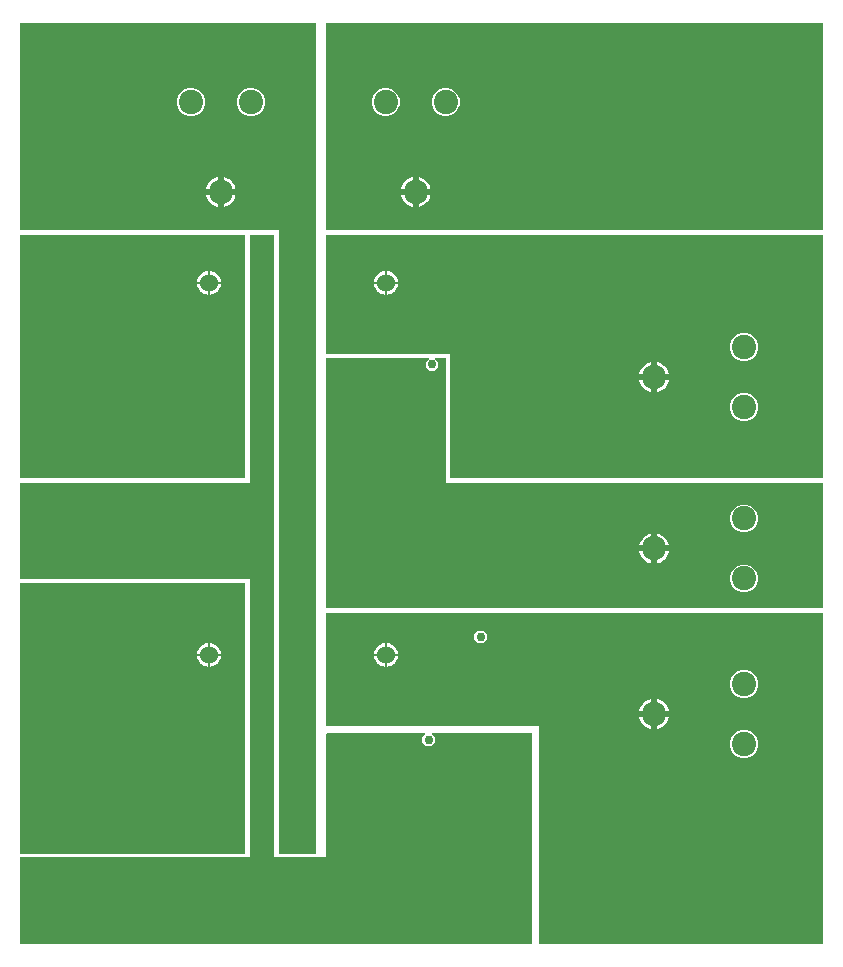
<source format=gbr>
G04 EAGLE Gerber RS-274X export*
G75*
%MOMM*%
%FSLAX34Y34*%
%LPD*%
%INCopper Layer 2*%
%IPPOS*%
%AMOC8*
5,1,8,0,0,1.08239X$1,22.5*%
G01*
%ADD10C,2.057400*%
%ADD11C,1.524000*%
%ADD12C,0.756400*%
%ADD13C,0.500000*%

G36*
X679348Y10162D02*
X679348Y10162D01*
X679357Y10161D01*
X679445Y10182D01*
X679535Y10200D01*
X679542Y10205D01*
X679550Y10207D01*
X679623Y10261D01*
X679699Y10313D01*
X679703Y10320D01*
X679710Y10325D01*
X679757Y10403D01*
X679806Y10480D01*
X679807Y10489D01*
X679812Y10496D01*
X679839Y10660D01*
X679839Y290000D01*
X679838Y290008D01*
X679839Y290017D01*
X679818Y290105D01*
X679800Y290195D01*
X679795Y290202D01*
X679793Y290210D01*
X679739Y290283D01*
X679687Y290359D01*
X679680Y290363D01*
X679675Y290370D01*
X679597Y290417D01*
X679520Y290466D01*
X679511Y290467D01*
X679504Y290472D01*
X679340Y290499D01*
X260000Y290499D01*
X259992Y290498D01*
X259983Y290499D01*
X259895Y290478D01*
X259805Y290460D01*
X259798Y290455D01*
X259790Y290453D01*
X259717Y290399D01*
X259641Y290347D01*
X259637Y290340D01*
X259630Y290335D01*
X259583Y290257D01*
X259534Y290180D01*
X259533Y290171D01*
X259528Y290164D01*
X259501Y290000D01*
X259501Y195000D01*
X259502Y194992D01*
X259501Y194983D01*
X259522Y194895D01*
X259540Y194805D01*
X259545Y194798D01*
X259547Y194790D01*
X259601Y194717D01*
X259653Y194641D01*
X259660Y194637D01*
X259665Y194630D01*
X259743Y194583D01*
X259820Y194534D01*
X259829Y194533D01*
X259836Y194528D01*
X260000Y194501D01*
X439501Y194501D01*
X439501Y10660D01*
X439502Y10652D01*
X439501Y10643D01*
X439522Y10555D01*
X439540Y10465D01*
X439545Y10458D01*
X439547Y10450D01*
X439601Y10377D01*
X439653Y10301D01*
X439660Y10297D01*
X439665Y10290D01*
X439743Y10243D01*
X439820Y10194D01*
X439829Y10193D01*
X439836Y10188D01*
X440000Y10161D01*
X679340Y10161D01*
X679348Y10162D01*
G37*
G36*
X433008Y10162D02*
X433008Y10162D01*
X433017Y10161D01*
X433105Y10182D01*
X433195Y10200D01*
X433202Y10205D01*
X433210Y10207D01*
X433283Y10261D01*
X433359Y10313D01*
X433363Y10320D01*
X433370Y10325D01*
X433417Y10403D01*
X433466Y10480D01*
X433467Y10489D01*
X433472Y10496D01*
X433499Y10660D01*
X433499Y188000D01*
X433498Y188008D01*
X433499Y188017D01*
X433478Y188105D01*
X433460Y188195D01*
X433455Y188202D01*
X433453Y188210D01*
X433399Y188283D01*
X433347Y188359D01*
X433340Y188363D01*
X433335Y188370D01*
X433257Y188417D01*
X433180Y188466D01*
X433171Y188467D01*
X433164Y188472D01*
X433000Y188499D01*
X349211Y188499D01*
X349207Y188498D01*
X349203Y188499D01*
X349109Y188479D01*
X349016Y188460D01*
X349013Y188457D01*
X349008Y188456D01*
X348931Y188401D01*
X348852Y188347D01*
X348850Y188344D01*
X348846Y188341D01*
X348797Y188260D01*
X348745Y188180D01*
X348744Y188175D01*
X348742Y188172D01*
X348728Y188078D01*
X348712Y187983D01*
X348713Y187979D01*
X348712Y187975D01*
X348736Y187883D01*
X348758Y187790D01*
X348760Y187787D01*
X348761Y187783D01*
X348858Y187647D01*
X351307Y185198D01*
X351307Y180802D01*
X348198Y177693D01*
X343802Y177693D01*
X340693Y180802D01*
X340693Y185198D01*
X343142Y187647D01*
X343144Y187651D01*
X343148Y187653D01*
X343199Y187733D01*
X343252Y187813D01*
X343253Y187817D01*
X343255Y187820D01*
X343271Y187914D01*
X343288Y188008D01*
X343287Y188012D01*
X343288Y188017D01*
X343266Y188108D01*
X343245Y188202D01*
X343243Y188206D01*
X343242Y188210D01*
X343186Y188286D01*
X343130Y188365D01*
X343127Y188367D01*
X343124Y188370D01*
X343042Y188419D01*
X342961Y188469D01*
X342957Y188469D01*
X342953Y188472D01*
X342789Y188499D01*
X260000Y188499D01*
X259992Y188498D01*
X259983Y188499D01*
X259895Y188478D01*
X259805Y188460D01*
X259798Y188455D01*
X259790Y188453D01*
X259717Y188399D01*
X259641Y188347D01*
X259637Y188340D01*
X259630Y188335D01*
X259583Y188257D01*
X259534Y188180D01*
X259533Y188171D01*
X259528Y188164D01*
X259501Y188000D01*
X259501Y83499D01*
X215499Y83499D01*
X215499Y610000D01*
X215498Y610008D01*
X215499Y610017D01*
X215478Y610105D01*
X215460Y610195D01*
X215455Y610202D01*
X215453Y610210D01*
X215399Y610283D01*
X215347Y610359D01*
X215340Y610363D01*
X215335Y610370D01*
X215257Y610417D01*
X215180Y610466D01*
X215171Y610467D01*
X215164Y610472D01*
X215000Y610499D01*
X195000Y610499D01*
X194992Y610498D01*
X194983Y610499D01*
X194895Y610478D01*
X194805Y610460D01*
X194798Y610455D01*
X194790Y610453D01*
X194717Y610399D01*
X194641Y610347D01*
X194637Y610340D01*
X194630Y610335D01*
X194583Y610257D01*
X194534Y610180D01*
X194533Y610171D01*
X194528Y610164D01*
X194501Y610000D01*
X194501Y400499D01*
X660Y400499D01*
X652Y400498D01*
X643Y400499D01*
X555Y400478D01*
X465Y400460D01*
X458Y400455D01*
X450Y400453D01*
X377Y400399D01*
X301Y400347D01*
X297Y400340D01*
X290Y400335D01*
X243Y400257D01*
X194Y400180D01*
X193Y400171D01*
X188Y400164D01*
X161Y400000D01*
X161Y320000D01*
X162Y319992D01*
X161Y319983D01*
X182Y319895D01*
X200Y319805D01*
X205Y319798D01*
X207Y319790D01*
X261Y319717D01*
X313Y319641D01*
X320Y319637D01*
X325Y319630D01*
X403Y319583D01*
X480Y319534D01*
X489Y319533D01*
X496Y319528D01*
X660Y319501D01*
X194501Y319501D01*
X194501Y83499D01*
X660Y83499D01*
X652Y83498D01*
X643Y83499D01*
X555Y83478D01*
X465Y83460D01*
X458Y83455D01*
X450Y83453D01*
X377Y83399D01*
X301Y83347D01*
X297Y83340D01*
X290Y83335D01*
X243Y83257D01*
X194Y83180D01*
X193Y83171D01*
X188Y83164D01*
X161Y83000D01*
X161Y10660D01*
X162Y10652D01*
X161Y10643D01*
X182Y10555D01*
X200Y10465D01*
X205Y10458D01*
X207Y10450D01*
X261Y10377D01*
X313Y10301D01*
X320Y10297D01*
X325Y10290D01*
X403Y10243D01*
X480Y10194D01*
X489Y10193D01*
X496Y10188D01*
X660Y10161D01*
X433000Y10161D01*
X433008Y10162D01*
G37*
G36*
X679348Y404502D02*
X679348Y404502D01*
X679357Y404501D01*
X679445Y404522D01*
X679535Y404540D01*
X679542Y404545D01*
X679550Y404547D01*
X679623Y404601D01*
X679699Y404653D01*
X679703Y404660D01*
X679710Y404665D01*
X679757Y404743D01*
X679806Y404820D01*
X679807Y404829D01*
X679812Y404836D01*
X679839Y405000D01*
X679839Y610002D01*
X679838Y610011D01*
X679839Y610019D01*
X679818Y610107D01*
X679800Y610197D01*
X679795Y610204D01*
X679793Y610212D01*
X679739Y610286D01*
X679687Y610361D01*
X679680Y610366D01*
X679675Y610372D01*
X679596Y610419D01*
X679520Y610468D01*
X679511Y610470D01*
X679504Y610474D01*
X679340Y610502D01*
X439946Y610554D01*
X439942Y610553D01*
X439937Y610554D01*
X439844Y610533D01*
X439751Y610514D01*
X439747Y610512D01*
X439743Y610511D01*
X439727Y610499D01*
X260000Y610499D01*
X259992Y610498D01*
X259983Y610499D01*
X259895Y610478D01*
X259805Y610460D01*
X259798Y610455D01*
X259790Y610453D01*
X259717Y610399D01*
X259641Y610347D01*
X259637Y610340D01*
X259630Y610335D01*
X259583Y610257D01*
X259534Y610180D01*
X259533Y610171D01*
X259528Y610164D01*
X259501Y610000D01*
X259501Y510000D01*
X259502Y509992D01*
X259501Y509983D01*
X259522Y509895D01*
X259540Y509805D01*
X259545Y509798D01*
X259547Y509790D01*
X259601Y509717D01*
X259653Y509641D01*
X259660Y509637D01*
X259665Y509630D01*
X259743Y509583D01*
X259820Y509534D01*
X259829Y509533D01*
X259836Y509528D01*
X260000Y509501D01*
X364501Y509501D01*
X364501Y405000D01*
X364502Y404992D01*
X364501Y404983D01*
X364522Y404895D01*
X364540Y404805D01*
X364545Y404798D01*
X364547Y404790D01*
X364601Y404717D01*
X364653Y404641D01*
X364660Y404637D01*
X364665Y404630D01*
X364743Y404583D01*
X364820Y404534D01*
X364829Y404533D01*
X364836Y404528D01*
X365000Y404501D01*
X679340Y404501D01*
X679348Y404502D01*
G37*
G36*
X679348Y614502D02*
X679348Y614502D01*
X679357Y614501D01*
X679445Y614522D01*
X679535Y614540D01*
X679542Y614545D01*
X679550Y614547D01*
X679623Y614601D01*
X679699Y614653D01*
X679703Y614660D01*
X679710Y614665D01*
X679757Y614743D01*
X679806Y614820D01*
X679807Y614829D01*
X679812Y614836D01*
X679839Y615000D01*
X679839Y789340D01*
X679838Y789348D01*
X679839Y789357D01*
X679818Y789445D01*
X679800Y789535D01*
X679795Y789542D01*
X679793Y789550D01*
X679739Y789623D01*
X679687Y789699D01*
X679680Y789703D01*
X679675Y789710D01*
X679597Y789757D01*
X679520Y789806D01*
X679511Y789807D01*
X679504Y789812D01*
X679340Y789839D01*
X260000Y789839D01*
X259992Y789838D01*
X259983Y789839D01*
X259895Y789818D01*
X259805Y789800D01*
X259798Y789795D01*
X259790Y789793D01*
X259717Y789739D01*
X259641Y789687D01*
X259637Y789680D01*
X259630Y789675D01*
X259583Y789597D01*
X259534Y789520D01*
X259533Y789511D01*
X259528Y789504D01*
X259501Y789340D01*
X259501Y615000D01*
X259502Y614992D01*
X259501Y614983D01*
X259522Y614895D01*
X259540Y614805D01*
X259545Y614798D01*
X259547Y614790D01*
X259601Y614717D01*
X259653Y614641D01*
X259660Y614637D01*
X259665Y614630D01*
X259743Y614583D01*
X259820Y614534D01*
X259829Y614533D01*
X259836Y614528D01*
X260000Y614501D01*
X679340Y614501D01*
X679348Y614502D01*
G37*
G36*
X250008Y86502D02*
X250008Y86502D01*
X250017Y86501D01*
X250105Y86522D01*
X250195Y86540D01*
X250202Y86545D01*
X250210Y86547D01*
X250283Y86601D01*
X250359Y86653D01*
X250363Y86660D01*
X250370Y86665D01*
X250417Y86743D01*
X250466Y86820D01*
X250467Y86829D01*
X250472Y86836D01*
X250499Y87000D01*
X250499Y789340D01*
X250498Y789348D01*
X250499Y789357D01*
X250478Y789445D01*
X250460Y789535D01*
X250455Y789542D01*
X250453Y789550D01*
X250399Y789623D01*
X250347Y789699D01*
X250340Y789703D01*
X250335Y789710D01*
X250257Y789757D01*
X250180Y789806D01*
X250171Y789807D01*
X250164Y789812D01*
X250000Y789839D01*
X660Y789839D01*
X652Y789838D01*
X643Y789839D01*
X555Y789818D01*
X465Y789800D01*
X458Y789795D01*
X450Y789793D01*
X377Y789739D01*
X301Y789687D01*
X297Y789680D01*
X290Y789675D01*
X243Y789597D01*
X194Y789520D01*
X193Y789511D01*
X188Y789504D01*
X161Y789340D01*
X161Y615000D01*
X162Y614992D01*
X161Y614983D01*
X182Y614895D01*
X200Y614805D01*
X205Y614798D01*
X207Y614790D01*
X261Y614717D01*
X313Y614641D01*
X320Y614637D01*
X325Y614630D01*
X403Y614583D01*
X480Y614534D01*
X489Y614533D01*
X496Y614528D01*
X660Y614501D01*
X219501Y614501D01*
X219501Y87000D01*
X219502Y86992D01*
X219501Y86983D01*
X219522Y86895D01*
X219540Y86805D01*
X219545Y86798D01*
X219547Y86790D01*
X219601Y86717D01*
X219653Y86641D01*
X219660Y86637D01*
X219665Y86630D01*
X219743Y86583D01*
X219820Y86534D01*
X219829Y86533D01*
X219836Y86528D01*
X220000Y86501D01*
X250000Y86501D01*
X250008Y86502D01*
G37*
G36*
X679348Y294502D02*
X679348Y294502D01*
X679357Y294501D01*
X679445Y294522D01*
X679535Y294540D01*
X679542Y294545D01*
X679550Y294547D01*
X679623Y294601D01*
X679699Y294653D01*
X679703Y294660D01*
X679710Y294665D01*
X679757Y294743D01*
X679806Y294820D01*
X679807Y294829D01*
X679812Y294836D01*
X679839Y295000D01*
X679839Y400000D01*
X679838Y400008D01*
X679839Y400017D01*
X679818Y400105D01*
X679800Y400195D01*
X679795Y400202D01*
X679793Y400210D01*
X679739Y400283D01*
X679687Y400359D01*
X679680Y400363D01*
X679675Y400370D01*
X679597Y400417D01*
X679520Y400466D01*
X679511Y400467D01*
X679504Y400472D01*
X679340Y400499D01*
X360499Y400499D01*
X360499Y506000D01*
X360498Y506008D01*
X360499Y506017D01*
X360478Y506105D01*
X360460Y506195D01*
X360455Y506202D01*
X360453Y506210D01*
X360399Y506283D01*
X360347Y506359D01*
X360340Y506363D01*
X360335Y506370D01*
X360257Y506417D01*
X360180Y506466D01*
X360171Y506467D01*
X360164Y506472D01*
X360000Y506499D01*
X352211Y506499D01*
X352207Y506498D01*
X352203Y506499D01*
X352109Y506479D01*
X352016Y506460D01*
X352013Y506457D01*
X352008Y506456D01*
X351931Y506401D01*
X351852Y506347D01*
X351850Y506344D01*
X351846Y506341D01*
X351797Y506260D01*
X351745Y506180D01*
X351744Y506175D01*
X351742Y506172D01*
X351728Y506078D01*
X351712Y505983D01*
X351713Y505979D01*
X351712Y505975D01*
X351736Y505883D01*
X351758Y505790D01*
X351760Y505787D01*
X351761Y505783D01*
X351858Y505647D01*
X354307Y503198D01*
X354307Y498802D01*
X351198Y495693D01*
X346802Y495693D01*
X343693Y498802D01*
X343693Y503198D01*
X346142Y505647D01*
X346144Y505651D01*
X346148Y505653D01*
X346199Y505733D01*
X346252Y505813D01*
X346253Y505817D01*
X346255Y505820D01*
X346271Y505914D01*
X346288Y506008D01*
X346287Y506012D01*
X346288Y506017D01*
X346266Y506108D01*
X346245Y506202D01*
X346243Y506206D01*
X346242Y506210D01*
X346186Y506286D01*
X346130Y506365D01*
X346127Y506367D01*
X346124Y506370D01*
X346042Y506419D01*
X345961Y506469D01*
X345957Y506469D01*
X345953Y506472D01*
X345789Y506499D01*
X260000Y506499D01*
X259992Y506498D01*
X259983Y506499D01*
X259895Y506478D01*
X259805Y506460D01*
X259798Y506455D01*
X259790Y506453D01*
X259717Y506399D01*
X259641Y506347D01*
X259637Y506340D01*
X259630Y506335D01*
X259583Y506257D01*
X259534Y506180D01*
X259533Y506171D01*
X259528Y506164D01*
X259501Y506000D01*
X259501Y295000D01*
X259502Y294992D01*
X259501Y294983D01*
X259522Y294895D01*
X259540Y294805D01*
X259545Y294798D01*
X259547Y294790D01*
X259601Y294717D01*
X259653Y294641D01*
X259660Y294637D01*
X259665Y294630D01*
X259743Y294583D01*
X259820Y294534D01*
X259829Y294533D01*
X259836Y294528D01*
X260000Y294501D01*
X679340Y294501D01*
X679348Y294502D01*
G37*
G36*
X190000Y86501D02*
X190000Y86501D01*
X190008Y86502D01*
X190017Y86501D01*
X190105Y86522D01*
X190195Y86540D01*
X190202Y86545D01*
X190210Y86547D01*
X190283Y86601D01*
X190359Y86653D01*
X190363Y86660D01*
X190370Y86665D01*
X190417Y86743D01*
X190466Y86820D01*
X190467Y86829D01*
X190472Y86836D01*
X190499Y87000D01*
X190499Y315000D01*
X190498Y315008D01*
X190499Y315017D01*
X190478Y315105D01*
X190460Y315195D01*
X190455Y315202D01*
X190453Y315210D01*
X190399Y315283D01*
X190347Y315359D01*
X190340Y315363D01*
X190335Y315370D01*
X190257Y315417D01*
X190180Y315466D01*
X190171Y315467D01*
X190164Y315472D01*
X190000Y315499D01*
X660Y315499D01*
X652Y315498D01*
X643Y315499D01*
X555Y315478D01*
X465Y315460D01*
X458Y315455D01*
X450Y315453D01*
X377Y315399D01*
X301Y315347D01*
X297Y315340D01*
X290Y315335D01*
X243Y315257D01*
X194Y315180D01*
X193Y315171D01*
X188Y315164D01*
X161Y315000D01*
X161Y87000D01*
X162Y86992D01*
X161Y86983D01*
X182Y86895D01*
X200Y86805D01*
X205Y86798D01*
X207Y86790D01*
X261Y86717D01*
X313Y86641D01*
X320Y86637D01*
X325Y86630D01*
X403Y86583D01*
X480Y86534D01*
X489Y86533D01*
X496Y86528D01*
X660Y86501D01*
X190000Y86501D01*
G37*
G36*
X190008Y404502D02*
X190008Y404502D01*
X190017Y404501D01*
X190105Y404522D01*
X190195Y404540D01*
X190202Y404545D01*
X190210Y404547D01*
X190283Y404601D01*
X190359Y404653D01*
X190363Y404660D01*
X190370Y404665D01*
X190417Y404743D01*
X190466Y404820D01*
X190467Y404829D01*
X190472Y404836D01*
X190499Y405000D01*
X190499Y610000D01*
X190498Y610008D01*
X190499Y610017D01*
X190478Y610105D01*
X190460Y610195D01*
X190455Y610202D01*
X190453Y610210D01*
X190399Y610283D01*
X190347Y610359D01*
X190340Y610363D01*
X190335Y610370D01*
X190257Y610417D01*
X190180Y610466D01*
X190171Y610467D01*
X190164Y610472D01*
X190000Y610499D01*
X660Y610499D01*
X652Y610498D01*
X643Y610499D01*
X555Y610478D01*
X465Y610460D01*
X458Y610455D01*
X450Y610453D01*
X377Y610399D01*
X301Y610347D01*
X297Y610340D01*
X290Y610335D01*
X243Y610257D01*
X194Y610180D01*
X193Y610171D01*
X188Y610164D01*
X161Y610000D01*
X161Y405000D01*
X162Y404992D01*
X161Y404983D01*
X182Y404895D01*
X200Y404805D01*
X205Y404798D01*
X207Y404790D01*
X261Y404717D01*
X313Y404641D01*
X320Y404637D01*
X325Y404630D01*
X403Y404583D01*
X480Y404534D01*
X489Y404533D01*
X496Y404528D01*
X660Y404501D01*
X190000Y404501D01*
X190008Y404502D01*
G37*
%LPC*%
G36*
X610850Y167788D02*
X610850Y167788D01*
X606509Y169586D01*
X603186Y172909D01*
X601388Y177250D01*
X601388Y181950D01*
X603186Y186291D01*
X606509Y189614D01*
X610850Y191412D01*
X615550Y191412D01*
X619891Y189614D01*
X623214Y186291D01*
X625012Y181950D01*
X625012Y177250D01*
X623214Y172909D01*
X619891Y169586D01*
X615550Y167788D01*
X610850Y167788D01*
G37*
%LPD*%
%LPC*%
G36*
X610850Y452788D02*
X610850Y452788D01*
X606509Y454586D01*
X603186Y457909D01*
X601388Y462250D01*
X601388Y466950D01*
X603186Y471291D01*
X606509Y474614D01*
X610850Y476412D01*
X615550Y476412D01*
X619891Y474614D01*
X623214Y471291D01*
X625012Y466950D01*
X625012Y462250D01*
X623214Y457909D01*
X619891Y454586D01*
X615550Y452788D01*
X610850Y452788D01*
G37*
%LPD*%
%LPC*%
G36*
X610850Y218588D02*
X610850Y218588D01*
X606509Y220386D01*
X603186Y223709D01*
X601388Y228050D01*
X601388Y232750D01*
X603186Y237091D01*
X606509Y240414D01*
X610850Y242212D01*
X615550Y242212D01*
X619891Y240414D01*
X623214Y237091D01*
X625012Y232750D01*
X625012Y228050D01*
X623214Y223709D01*
X619891Y220386D01*
X615550Y218588D01*
X610850Y218588D01*
G37*
%LPD*%
%LPC*%
G36*
X307250Y711388D02*
X307250Y711388D01*
X302909Y713186D01*
X299586Y716509D01*
X297788Y720850D01*
X297788Y725550D01*
X299586Y729891D01*
X302909Y733214D01*
X307250Y735012D01*
X311950Y735012D01*
X316291Y733214D01*
X319614Y729891D01*
X321412Y725550D01*
X321412Y720850D01*
X319614Y716509D01*
X316291Y713186D01*
X311950Y711388D01*
X307250Y711388D01*
G37*
%LPD*%
%LPC*%
G36*
X358050Y711388D02*
X358050Y711388D01*
X353709Y713186D01*
X350386Y716509D01*
X348588Y720850D01*
X348588Y725550D01*
X350386Y729891D01*
X353709Y733214D01*
X358050Y735012D01*
X362750Y735012D01*
X367091Y733214D01*
X370414Y729891D01*
X372212Y725550D01*
X372212Y720850D01*
X370414Y716509D01*
X367091Y713186D01*
X362750Y711388D01*
X358050Y711388D01*
G37*
%LPD*%
%LPC*%
G36*
X610850Y307788D02*
X610850Y307788D01*
X606509Y309586D01*
X603186Y312909D01*
X601388Y317250D01*
X601388Y321950D01*
X603186Y326291D01*
X606509Y329614D01*
X610850Y331412D01*
X615550Y331412D01*
X619891Y329614D01*
X623214Y326291D01*
X625012Y321950D01*
X625012Y317250D01*
X623214Y312909D01*
X619891Y309586D01*
X615550Y307788D01*
X610850Y307788D01*
G37*
%LPD*%
%LPC*%
G36*
X610850Y358588D02*
X610850Y358588D01*
X606509Y360386D01*
X603186Y363709D01*
X601388Y368050D01*
X601388Y372750D01*
X603186Y377091D01*
X606509Y380414D01*
X610850Y382212D01*
X615550Y382212D01*
X619891Y380414D01*
X623214Y377091D01*
X625012Y372750D01*
X625012Y368050D01*
X623214Y363709D01*
X619891Y360386D01*
X615550Y358588D01*
X610850Y358588D01*
G37*
%LPD*%
%LPC*%
G36*
X142250Y711388D02*
X142250Y711388D01*
X137909Y713186D01*
X134586Y716509D01*
X132788Y720850D01*
X132788Y725550D01*
X134586Y729891D01*
X137909Y733214D01*
X142250Y735012D01*
X146950Y735012D01*
X151291Y733214D01*
X154614Y729891D01*
X156412Y725550D01*
X156412Y720850D01*
X154614Y716509D01*
X151291Y713186D01*
X146950Y711388D01*
X142250Y711388D01*
G37*
%LPD*%
%LPC*%
G36*
X610850Y503588D02*
X610850Y503588D01*
X606509Y505386D01*
X603186Y508709D01*
X601388Y513050D01*
X601388Y517750D01*
X603186Y522091D01*
X606509Y525414D01*
X610850Y527212D01*
X615550Y527212D01*
X619891Y525414D01*
X623214Y522091D01*
X625012Y517750D01*
X625012Y513050D01*
X623214Y508709D01*
X619891Y505386D01*
X615550Y503588D01*
X610850Y503588D01*
G37*
%LPD*%
%LPC*%
G36*
X193050Y711388D02*
X193050Y711388D01*
X188709Y713186D01*
X185386Y716509D01*
X183588Y720850D01*
X183588Y725550D01*
X185386Y729891D01*
X188709Y733214D01*
X193050Y735012D01*
X197750Y735012D01*
X202091Y733214D01*
X205414Y729891D01*
X207212Y725550D01*
X207212Y720850D01*
X205414Y716509D01*
X202091Y713186D01*
X197750Y711388D01*
X193050Y711388D01*
G37*
%LPD*%
%LPC*%
G36*
X170999Y647999D02*
X170999Y647999D01*
X170999Y659828D01*
X171010Y659828D01*
X173004Y659512D01*
X174924Y658888D01*
X176723Y657971D01*
X178357Y656785D01*
X179785Y655357D01*
X180971Y653723D01*
X181888Y651924D01*
X182512Y650004D01*
X182828Y648010D01*
X182828Y647999D01*
X170999Y647999D01*
G37*
%LPD*%
%LPC*%
G36*
X537999Y490999D02*
X537999Y490999D01*
X537999Y502828D01*
X538010Y502828D01*
X540004Y502512D01*
X541924Y501888D01*
X543723Y500971D01*
X545357Y499785D01*
X546785Y498357D01*
X547971Y496723D01*
X548888Y494924D01*
X549512Y493004D01*
X549828Y491010D01*
X549828Y490999D01*
X537999Y490999D01*
G37*
%LPD*%
%LPC*%
G36*
X335999Y647999D02*
X335999Y647999D01*
X335999Y659828D01*
X336010Y659828D01*
X338004Y659512D01*
X339924Y658888D01*
X341723Y657971D01*
X343357Y656785D01*
X344785Y655357D01*
X345971Y653723D01*
X346888Y651924D01*
X347512Y650004D01*
X347828Y648010D01*
X347828Y647999D01*
X335999Y647999D01*
G37*
%LPD*%
%LPC*%
G36*
X537999Y345999D02*
X537999Y345999D01*
X537999Y357828D01*
X538010Y357828D01*
X540004Y357512D01*
X541924Y356888D01*
X543723Y355971D01*
X545357Y354785D01*
X546785Y353357D01*
X547971Y351723D01*
X548888Y349924D01*
X549512Y348004D01*
X549828Y346010D01*
X549828Y345999D01*
X537999Y345999D01*
G37*
%LPD*%
%LPC*%
G36*
X537999Y205999D02*
X537999Y205999D01*
X537999Y217828D01*
X538010Y217828D01*
X540004Y217512D01*
X541924Y216888D01*
X543723Y215971D01*
X545357Y214785D01*
X546785Y213357D01*
X547971Y211723D01*
X548888Y209924D01*
X549512Y208004D01*
X549828Y206010D01*
X549828Y205999D01*
X537999Y205999D01*
G37*
%LPD*%
%LPC*%
G36*
X537999Y332172D02*
X537999Y332172D01*
X537999Y344001D01*
X549828Y344001D01*
X549828Y343990D01*
X549512Y341996D01*
X548888Y340076D01*
X547971Y338277D01*
X546785Y336643D01*
X545357Y335215D01*
X543723Y334029D01*
X541924Y333112D01*
X540004Y332488D01*
X538010Y332172D01*
X537999Y332172D01*
G37*
%LPD*%
%LPC*%
G36*
X524172Y205999D02*
X524172Y205999D01*
X524172Y206010D01*
X524488Y208004D01*
X525112Y209924D01*
X526029Y211723D01*
X527215Y213357D01*
X528643Y214785D01*
X530277Y215971D01*
X532076Y216888D01*
X533996Y217512D01*
X535990Y217828D01*
X536001Y217828D01*
X536001Y205999D01*
X524172Y205999D01*
G37*
%LPD*%
%LPC*%
G36*
X524172Y345999D02*
X524172Y345999D01*
X524172Y346010D01*
X524488Y348004D01*
X525112Y349924D01*
X526029Y351723D01*
X527215Y353357D01*
X528643Y354785D01*
X530277Y355971D01*
X532076Y356888D01*
X533996Y357512D01*
X535990Y357828D01*
X536001Y357828D01*
X536001Y345999D01*
X524172Y345999D01*
G37*
%LPD*%
%LPC*%
G36*
X335999Y634172D02*
X335999Y634172D01*
X335999Y646001D01*
X347828Y646001D01*
X347828Y645990D01*
X347512Y643996D01*
X346888Y642076D01*
X345971Y640277D01*
X344785Y638643D01*
X343357Y637215D01*
X341723Y636029D01*
X339924Y635112D01*
X338004Y634488D01*
X336010Y634172D01*
X335999Y634172D01*
G37*
%LPD*%
%LPC*%
G36*
X322172Y647999D02*
X322172Y647999D01*
X322172Y648010D01*
X322488Y650004D01*
X323112Y651924D01*
X324029Y653723D01*
X325215Y655357D01*
X326643Y656785D01*
X328277Y657971D01*
X330076Y658888D01*
X331996Y659512D01*
X333990Y659828D01*
X334001Y659828D01*
X334001Y647999D01*
X322172Y647999D01*
G37*
%LPD*%
%LPC*%
G36*
X537999Y477172D02*
X537999Y477172D01*
X537999Y489001D01*
X549828Y489001D01*
X549828Y488990D01*
X549512Y486996D01*
X548888Y485076D01*
X547971Y483277D01*
X546785Y481643D01*
X545357Y480215D01*
X543723Y479029D01*
X541924Y478112D01*
X540004Y477488D01*
X538010Y477172D01*
X537999Y477172D01*
G37*
%LPD*%
%LPC*%
G36*
X537999Y192172D02*
X537999Y192172D01*
X537999Y204001D01*
X549828Y204001D01*
X549828Y203990D01*
X549512Y201996D01*
X548888Y200076D01*
X547971Y198277D01*
X546785Y196643D01*
X545357Y195215D01*
X543723Y194029D01*
X541924Y193112D01*
X540004Y192488D01*
X538010Y192172D01*
X537999Y192172D01*
G37*
%LPD*%
%LPC*%
G36*
X170999Y634172D02*
X170999Y634172D01*
X170999Y646001D01*
X182828Y646001D01*
X182828Y645990D01*
X182512Y643996D01*
X181888Y642076D01*
X180971Y640277D01*
X179785Y638643D01*
X178357Y637215D01*
X176723Y636029D01*
X174924Y635112D01*
X173004Y634488D01*
X171010Y634172D01*
X170999Y634172D01*
G37*
%LPD*%
%LPC*%
G36*
X524172Y490999D02*
X524172Y490999D01*
X524172Y491010D01*
X524488Y493004D01*
X525112Y494924D01*
X526029Y496723D01*
X527215Y498357D01*
X528643Y499785D01*
X530277Y500971D01*
X532076Y501888D01*
X533996Y502512D01*
X535990Y502828D01*
X536001Y502828D01*
X536001Y490999D01*
X524172Y490999D01*
G37*
%LPD*%
%LPC*%
G36*
X157172Y647999D02*
X157172Y647999D01*
X157172Y648010D01*
X157488Y650004D01*
X158112Y651924D01*
X159029Y653723D01*
X160215Y655357D01*
X161643Y656785D01*
X163277Y657971D01*
X165076Y658888D01*
X166996Y659512D01*
X168990Y659828D01*
X169001Y659828D01*
X169001Y647999D01*
X157172Y647999D01*
G37*
%LPD*%
%LPC*%
G36*
X535990Y332172D02*
X535990Y332172D01*
X533996Y332488D01*
X532076Y333112D01*
X530277Y334029D01*
X528643Y335215D01*
X527215Y336643D01*
X526029Y338277D01*
X525112Y340076D01*
X524488Y341996D01*
X524172Y343990D01*
X524172Y344001D01*
X536001Y344001D01*
X536001Y332172D01*
X535990Y332172D01*
G37*
%LPD*%
%LPC*%
G36*
X333990Y634172D02*
X333990Y634172D01*
X331996Y634488D01*
X330076Y635112D01*
X328277Y636029D01*
X326643Y637215D01*
X325215Y638643D01*
X324029Y640277D01*
X323112Y642076D01*
X322488Y643996D01*
X322172Y645990D01*
X322172Y646001D01*
X334001Y646001D01*
X334001Y634172D01*
X333990Y634172D01*
G37*
%LPD*%
%LPC*%
G36*
X535990Y477172D02*
X535990Y477172D01*
X533996Y477488D01*
X532076Y478112D01*
X530277Y479029D01*
X528643Y480215D01*
X527215Y481643D01*
X526029Y483277D01*
X525112Y485076D01*
X524488Y486996D01*
X524172Y488990D01*
X524172Y489001D01*
X536001Y489001D01*
X536001Y477172D01*
X535990Y477172D01*
G37*
%LPD*%
%LPC*%
G36*
X535990Y192172D02*
X535990Y192172D01*
X533996Y192488D01*
X532076Y193112D01*
X530277Y194029D01*
X528643Y195215D01*
X527215Y196643D01*
X526029Y198277D01*
X525112Y200076D01*
X524488Y201996D01*
X524172Y203990D01*
X524172Y204001D01*
X536001Y204001D01*
X536001Y192172D01*
X535990Y192172D01*
G37*
%LPD*%
%LPC*%
G36*
X168990Y634172D02*
X168990Y634172D01*
X166996Y634488D01*
X165076Y635112D01*
X163277Y636029D01*
X161643Y637215D01*
X160215Y638643D01*
X159029Y640277D01*
X158112Y642076D01*
X157488Y643996D01*
X157172Y645990D01*
X157172Y646001D01*
X169001Y646001D01*
X169001Y634172D01*
X168990Y634172D01*
G37*
%LPD*%
%LPC*%
G36*
X387802Y264693D02*
X387802Y264693D01*
X384693Y267802D01*
X384693Y272198D01*
X387802Y275307D01*
X392198Y275307D01*
X395307Y272198D01*
X395307Y267802D01*
X392198Y264693D01*
X387802Y264693D01*
G37*
%LPD*%
%LPC*%
G36*
X160999Y255999D02*
X160999Y255999D01*
X160999Y265129D01*
X162379Y264911D01*
X163900Y264416D01*
X165325Y263690D01*
X166619Y262750D01*
X167750Y261619D01*
X168690Y260325D01*
X169416Y258900D01*
X169911Y257379D01*
X170129Y255999D01*
X160999Y255999D01*
G37*
%LPD*%
%LPC*%
G36*
X160999Y570999D02*
X160999Y570999D01*
X160999Y580129D01*
X162379Y579911D01*
X163900Y579416D01*
X165325Y578690D01*
X166619Y577750D01*
X167750Y576619D01*
X168690Y575325D01*
X169416Y573900D01*
X169911Y572379D01*
X170129Y570999D01*
X160999Y570999D01*
G37*
%LPD*%
%LPC*%
G36*
X310999Y570999D02*
X310999Y570999D01*
X310999Y580129D01*
X312379Y579911D01*
X313900Y579416D01*
X315325Y578690D01*
X316619Y577750D01*
X317750Y576619D01*
X318690Y575325D01*
X319416Y573900D01*
X319911Y572379D01*
X320129Y570999D01*
X310999Y570999D01*
G37*
%LPD*%
%LPC*%
G36*
X310999Y255999D02*
X310999Y255999D01*
X310999Y265129D01*
X312379Y264911D01*
X313900Y264416D01*
X315325Y263690D01*
X316619Y262750D01*
X317750Y261619D01*
X318690Y260325D01*
X319416Y258900D01*
X319911Y257379D01*
X320129Y255999D01*
X310999Y255999D01*
G37*
%LPD*%
%LPC*%
G36*
X149871Y255999D02*
X149871Y255999D01*
X150089Y257379D01*
X150584Y258900D01*
X151310Y260325D01*
X152250Y261619D01*
X153381Y262750D01*
X154675Y263690D01*
X156100Y264416D01*
X157621Y264911D01*
X159001Y265129D01*
X159001Y255999D01*
X149871Y255999D01*
G37*
%LPD*%
%LPC*%
G36*
X160999Y254001D02*
X160999Y254001D01*
X170129Y254001D01*
X169911Y252621D01*
X169416Y251100D01*
X168690Y249675D01*
X167750Y248381D01*
X166619Y247250D01*
X165325Y246310D01*
X163900Y245584D01*
X162379Y245089D01*
X160999Y244871D01*
X160999Y254001D01*
G37*
%LPD*%
%LPC*%
G36*
X310999Y569001D02*
X310999Y569001D01*
X320129Y569001D01*
X319911Y567621D01*
X319416Y566100D01*
X318690Y564675D01*
X317750Y563381D01*
X316619Y562250D01*
X315325Y561310D01*
X313900Y560584D01*
X312379Y560089D01*
X310999Y559871D01*
X310999Y569001D01*
G37*
%LPD*%
%LPC*%
G36*
X149871Y570999D02*
X149871Y570999D01*
X150089Y572379D01*
X150584Y573900D01*
X151310Y575325D01*
X152250Y576619D01*
X153381Y577750D01*
X154675Y578690D01*
X156100Y579416D01*
X157621Y579911D01*
X159001Y580129D01*
X159001Y570999D01*
X149871Y570999D01*
G37*
%LPD*%
%LPC*%
G36*
X299871Y255999D02*
X299871Y255999D01*
X300089Y257379D01*
X300584Y258900D01*
X301310Y260325D01*
X302250Y261619D01*
X303381Y262750D01*
X304675Y263690D01*
X306100Y264416D01*
X307621Y264911D01*
X309001Y265129D01*
X309001Y255999D01*
X299871Y255999D01*
G37*
%LPD*%
%LPC*%
G36*
X299871Y570999D02*
X299871Y570999D01*
X300089Y572379D01*
X300584Y573900D01*
X301310Y575325D01*
X302250Y576619D01*
X303381Y577750D01*
X304675Y578690D01*
X306100Y579416D01*
X307621Y579911D01*
X309001Y580129D01*
X309001Y570999D01*
X299871Y570999D01*
G37*
%LPD*%
%LPC*%
G36*
X310999Y254001D02*
X310999Y254001D01*
X320129Y254001D01*
X319911Y252621D01*
X319416Y251100D01*
X318690Y249675D01*
X317750Y248381D01*
X316619Y247250D01*
X315325Y246310D01*
X313900Y245584D01*
X312379Y245089D01*
X310999Y244871D01*
X310999Y254001D01*
G37*
%LPD*%
%LPC*%
G36*
X160999Y569001D02*
X160999Y569001D01*
X170129Y569001D01*
X169911Y567621D01*
X169416Y566100D01*
X168690Y564675D01*
X167750Y563381D01*
X166619Y562250D01*
X165325Y561310D01*
X163900Y560584D01*
X162379Y560089D01*
X160999Y559871D01*
X160999Y569001D01*
G37*
%LPD*%
%LPC*%
G36*
X157621Y560089D02*
X157621Y560089D01*
X156100Y560584D01*
X154675Y561310D01*
X153381Y562250D01*
X152250Y563381D01*
X151310Y564675D01*
X150584Y566100D01*
X150089Y567621D01*
X149871Y569001D01*
X159001Y569001D01*
X159001Y559871D01*
X157621Y560089D01*
G37*
%LPD*%
%LPC*%
G36*
X307621Y560089D02*
X307621Y560089D01*
X306100Y560584D01*
X304675Y561310D01*
X303381Y562250D01*
X302250Y563381D01*
X301310Y564675D01*
X300584Y566100D01*
X300089Y567621D01*
X299871Y569001D01*
X309001Y569001D01*
X309001Y559871D01*
X307621Y560089D01*
G37*
%LPD*%
%LPC*%
G36*
X307621Y245089D02*
X307621Y245089D01*
X306100Y245584D01*
X304675Y246310D01*
X303381Y247250D01*
X302250Y248381D01*
X301310Y249675D01*
X300584Y251100D01*
X300089Y252621D01*
X299871Y254001D01*
X309001Y254001D01*
X309001Y244871D01*
X307621Y245089D01*
G37*
%LPD*%
%LPC*%
G36*
X157621Y245089D02*
X157621Y245089D01*
X156100Y245584D01*
X154675Y246310D01*
X153381Y247250D01*
X152250Y248381D01*
X151310Y249675D01*
X150584Y251100D01*
X150089Y252621D01*
X149871Y254001D01*
X159001Y254001D01*
X159001Y244871D01*
X157621Y245089D01*
G37*
%LPD*%
%LPC*%
G36*
X159999Y254999D02*
X159999Y254999D01*
X159999Y255001D01*
X160001Y255001D01*
X160001Y254999D01*
X159999Y254999D01*
G37*
%LPD*%
%LPC*%
G36*
X309999Y569999D02*
X309999Y569999D01*
X309999Y570001D01*
X310001Y570001D01*
X310001Y569999D01*
X309999Y569999D01*
G37*
%LPD*%
%LPC*%
G36*
X334999Y646999D02*
X334999Y646999D01*
X334999Y647001D01*
X335001Y647001D01*
X335001Y646999D01*
X334999Y646999D01*
G37*
%LPD*%
%LPC*%
G36*
X309999Y254999D02*
X309999Y254999D01*
X309999Y255001D01*
X310001Y255001D01*
X310001Y254999D01*
X309999Y254999D01*
G37*
%LPD*%
%LPC*%
G36*
X159999Y569999D02*
X159999Y569999D01*
X159999Y570001D01*
X160001Y570001D01*
X160001Y569999D01*
X159999Y569999D01*
G37*
%LPD*%
%LPC*%
G36*
X536999Y204999D02*
X536999Y204999D01*
X536999Y205001D01*
X537001Y205001D01*
X537001Y204999D01*
X536999Y204999D01*
G37*
%LPD*%
%LPC*%
G36*
X536999Y344999D02*
X536999Y344999D01*
X536999Y345001D01*
X537001Y345001D01*
X537001Y344999D01*
X536999Y344999D01*
G37*
%LPD*%
%LPC*%
G36*
X169999Y646999D02*
X169999Y646999D01*
X169999Y647001D01*
X170001Y647001D01*
X170001Y646999D01*
X169999Y646999D01*
G37*
%LPD*%
%LPC*%
G36*
X536999Y489999D02*
X536999Y489999D01*
X536999Y490001D01*
X537001Y490001D01*
X537001Y489999D01*
X536999Y489999D01*
G37*
%LPD*%
D10*
X170000Y647000D03*
X144600Y723200D03*
X195400Y723200D03*
X335000Y647000D03*
X309600Y723200D03*
X360400Y723200D03*
X537000Y205000D03*
X613200Y230400D03*
X613200Y179600D03*
X537000Y490000D03*
X613200Y515400D03*
X613200Y464600D03*
X537000Y345000D03*
X613200Y370400D03*
X613200Y319600D03*
D11*
X160000Y570000D03*
X310000Y570000D03*
X160000Y255000D03*
X310000Y255000D03*
D12*
X70000Y660000D03*
X70000Y720000D03*
X190000Y665000D03*
X150000Y665000D03*
X190000Y630000D03*
X225000Y655000D03*
X225000Y675000D03*
X225000Y690000D03*
X225000Y715000D03*
X225000Y730000D03*
X225000Y750000D03*
X230000Y385000D03*
X229000Y331000D03*
X150000Y630000D03*
D13*
X170000Y647000D02*
X188000Y647000D01*
X170000Y647000D02*
X152000Y647000D01*
X170000Y647000D02*
X170000Y622000D01*
X170000Y647000D02*
X170000Y665000D01*
X171000Y666000D01*
D12*
X285000Y750000D03*
X285000Y730000D03*
X285000Y715000D03*
X285000Y690000D03*
X285000Y675000D03*
X285000Y655000D03*
X271000Y623000D03*
X315000Y665000D03*
X315000Y625000D03*
X355000Y665000D03*
X355000Y625000D03*
X390000Y660000D03*
X390000Y720000D03*
X510000Y720000D03*
X510000Y660000D03*
X630000Y660000D03*
X630000Y720000D03*
X290000Y370000D03*
X270000Y330000D03*
X390000Y370000D03*
X390000Y320000D03*
X390000Y270000D03*
X210000Y60000D03*
X140000Y60000D03*
X70000Y60000D03*
X460000Y370000D03*
X480000Y370000D03*
X495000Y370000D03*
X515000Y370000D03*
X530000Y370000D03*
X550000Y370000D03*
X460000Y320000D03*
X480000Y320000D03*
X495000Y320000D03*
X515000Y320000D03*
X530000Y320000D03*
X550000Y320000D03*
X205000Y325000D03*
X185000Y350000D03*
X185000Y370000D03*
X205000Y390000D03*
X140000Y360000D03*
X70000Y360000D03*
X575000Y365000D03*
X575000Y320000D03*
D13*
X356000Y647000D02*
X335000Y647000D01*
X318000Y647000D01*
X316000Y649000D01*
X335000Y647000D02*
X335000Y630000D01*
X335000Y647000D02*
X335000Y667000D01*
X537000Y345000D02*
X554000Y345000D01*
X537000Y345000D02*
X517000Y345000D01*
X516000Y346000D01*
X537000Y345000D02*
X537000Y326000D01*
X537000Y345000D02*
X537000Y361000D01*
X536000Y362000D01*
D12*
X349000Y501000D03*
X290000Y585000D03*
X480000Y430000D03*
X460000Y430000D03*
X290000Y555000D03*
X480000Y570000D03*
X580000Y570000D03*
X660000Y570000D03*
X480000Y510000D03*
X515000Y510000D03*
X560000Y510000D03*
X515000Y470000D03*
X560000Y470000D03*
X495000Y430000D03*
X515000Y430000D03*
X530000Y430000D03*
X550000Y430000D03*
X565000Y430000D03*
X585000Y430000D03*
D13*
X555000Y490000D02*
X537000Y490000D01*
X517000Y490000D01*
X537000Y490000D02*
X537000Y473000D01*
X537000Y490000D02*
X537000Y506000D01*
D12*
X330000Y585000D03*
X330000Y555000D03*
X70000Y570000D03*
X70000Y450000D03*
X140000Y585000D03*
X140000Y555000D03*
X180000Y585000D03*
X180000Y555000D03*
D13*
X175000Y435000D02*
X176000Y434000D01*
X160000Y451000D02*
X161000Y452000D01*
D12*
X346000Y183000D03*
X290000Y270000D03*
X290000Y240000D03*
X330000Y240000D03*
X330000Y270000D03*
X460000Y260000D03*
X480000Y260000D03*
X495000Y260000D03*
X515000Y260000D03*
X530000Y260000D03*
X550000Y260000D03*
X565000Y260000D03*
X585000Y260000D03*
X480000Y225000D03*
X515000Y225000D03*
X560000Y225000D03*
X515000Y185000D03*
X560000Y185000D03*
X480000Y150000D03*
X650000Y150000D03*
X570000Y70000D03*
X480000Y70000D03*
X650000Y70000D03*
D13*
X554000Y205000D02*
X537000Y205000D01*
X517000Y205000D01*
X537000Y205000D02*
X537000Y183000D01*
X538000Y182000D01*
X537000Y205000D02*
X537000Y225000D01*
D12*
X70000Y270000D03*
X150000Y210000D03*
X70000Y210000D03*
X70000Y150000D03*
X140000Y270000D03*
X140000Y240000D03*
X180000Y270000D03*
X180000Y240000D03*
M02*

</source>
